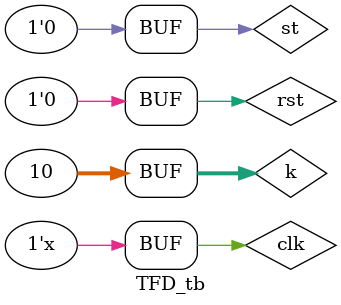
<source format=sv>
module TFD_tb();

    // Parameters
    parameter WIDTH = 32;
    parameter RST_VLU = 0;

    // Inputs
    reg [WIDTH-1:0] k;
    reg st;
    reg rst;
    reg clk;

    // Outputs
    wire [WIDTH-1:0] q;
    wire td;

    // Instantiate the TFD module
    TFD #(WIDTH,RST_VLU) dut (
        .k(k),
        .st(st),
        .rst(rst),
        .clk(clk),
        .q(q),
        .td(td)
    );

    //Clock generation
    always begin
        #5 clk = ~clk;
    end

    // Testbench logic
    initial begin
        // Initialize inputs
        k = 10;
        st = 0;
        rst = 0;
        clk = 0;

        // Apply reset
        #10 rst = 1;

        // Wait for a few clock cycles
        #20;

        // Start the timer
        st = 1;
        
        #20 st = 0;
        // Wait for the timer to finish
        #60;

        // Stop the timer
        st = 0;

        // Wait for a few clock cycles
        #20;

        // Apply reset
        rst = 0;

        // Wait for a few clock cycles
        #10;
    end

endmodule
</source>
